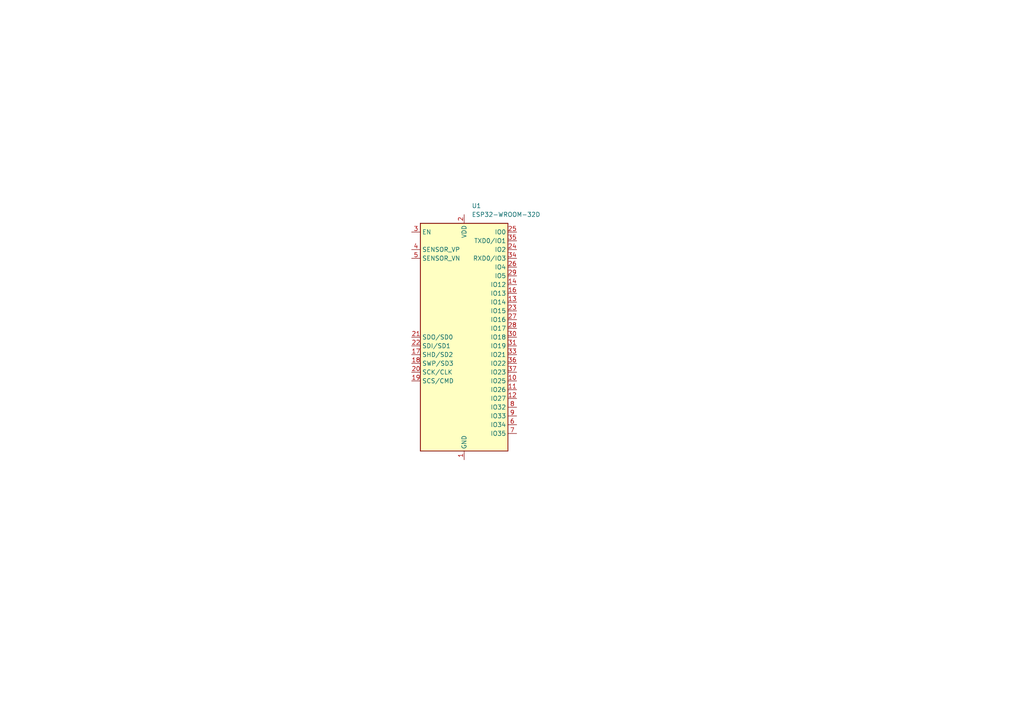
<source format=kicad_sch>
(kicad_sch (version 20231120) (generator "eeschema") (generator_version "8.0")
  (paper "A4")
  (lib_symbols
    (symbol "RF_Module:ESP32-WROOM-32D"
      (property "Reference" "U" (at -12.7 34.29 0))
      (property "Value" "ESP32-WROOM-32D" (at 1.27 34.29 0))
      (symbol "ESP32-WROOM-32D_0_1"
        (rectangle (start -12.7 33.02) (end 12.7 -33.02) (stroke (width 0.254)) (fill (type background)))
      )
      (symbol "ESP32-WROOM-32D_1_1"
        (pin power_in line (at 0 -35.56 90) (length 2.54) (name "GND") (number "1"))
        (pin bidirectional line (at 15.24 -12.7 180) (length 2.54) (name "IO25") (number "10"))
        (pin bidirectional line (at 15.24 -15.24 180) (length 2.54) (name "IO26") (number "11"))
        (pin bidirectional line (at 15.24 -17.78 180) (length 2.54) (name "IO27") (number "12"))
        (pin bidirectional line (at 15.24 10.16 180) (length 2.54) (name "IO14") (number "13"))
        (pin bidirectional line (at 15.24 15.24 180) (length 2.54) (name "IO12") (number "14"))
        (pin passive line (at 0 -35.56 90) (length 2.54) hide (name "GND") (number "15"))
        (pin bidirectional line (at 15.24 12.7 180) (length 2.54) (name "IO13") (number "16"))
        (pin bidirectional line (at -15.24 -5.08 0) (length 2.54) (name "SHD/SD2") (number "17"))
        (pin bidirectional line (at -15.24 -7.62 0) (length 2.54) (name "SWP/SD3") (number "18"))
        (pin bidirectional line (at -15.24 -12.7 0) (length 2.54) (name "SCS/CMD") (number "19"))
        (pin power_in line (at 0 35.56 270) (length 2.54) (name "VDD") (number "2"))
        (pin bidirectional line (at -15.24 -10.16 0) (length 2.54) (name "SCK/CLK") (number "20"))
        (pin bidirectional line (at -15.24 0 0) (length 2.54) (name "SDO/SD0") (number "21"))
        (pin bidirectional line (at -15.24 -2.54 0) (length 2.54) (name "SDI/SD1") (number "22"))
        (pin bidirectional line (at 15.24 7.62 180) (length 2.54) (name "IO15") (number "23"))
        (pin bidirectional line (at 15.24 25.4 180) (length 2.54) (name "IO2") (number "24"))
        (pin bidirectional line (at 15.24 30.48 180) (length 2.54) (name "IO0") (number "25"))
        (pin bidirectional line (at 15.24 20.32 180) (length 2.54) (name "IO4") (number "26"))
        (pin bidirectional line (at 15.24 5.08 180) (length 2.54) (name "IO16") (number "27"))
        (pin bidirectional line (at 15.24 2.54 180) (length 2.54) (name "IO17") (number "28"))
        (pin bidirectional line (at 15.24 17.78 180) (length 2.54) (name "IO5") (number "29"))
        (pin input line (at -15.24 30.48 0) (length 2.54) (name "EN") (number "3"))
        (pin bidirectional line (at 15.24 0 180) (length 2.54) (name "IO18") (number "30"))
        (pin bidirectional line (at 15.24 -2.54 180) (length 2.54) (name "IO19") (number "31"))
        (pin no_connect line (at -12.7 -27.94 0) (length 2.54) hide (name "NC") (number "32"))
        (pin bidirectional line (at 15.24 -5.08 180) (length 2.54) (name "IO21") (number "33"))
        (pin bidirectional line (at 15.24 22.86 180) (length 2.54) (name "RXD0/IO3") (number "34"))
        (pin bidirectional line (at 15.24 27.94 180) (length 2.54) (name "TXD0/IO1") (number "35"))
        (pin bidirectional line (at 15.24 -7.62 180) (length 2.54) (name "IO22") (number "36"))
        (pin bidirectional line (at 15.24 -10.16 180) (length 2.54) (name "IO23") (number "37"))
        (pin passive line (at 0 -35.56 90) (length 2.54) hide (name "GND") (number "38"))
        (pin passive line (at 0 -35.56 90) (length 2.54) hide (name "GND") (number "39"))
        (pin input line (at -15.24 25.4 0) (length 2.54) (name "SENSOR_VP") (number "4"))
        (pin input line (at -15.24 22.86 0) (length 2.54) (name "SENSOR_VN") (number "5"))
        (pin input line (at 15.24 -25.4 180) (length 2.54) (name "IO34") (number "6"))
        (pin input line (at 15.24 -27.94 180) (length 2.54) (name "IO35") (number "7"))
        (pin bidirectional line (at 15.24 -20.32 180) (length 2.54) (name "IO32") (number "8"))
        (pin bidirectional line (at 15.24 -22.86 180) (length 2.54) (name "IO33") (number "9"))
      )
    )
  )
  (symbol (lib_id "RF_Module:ESP32-WROOM-32D") (at 134.62 97.79 0) (unit 1)
    (property "Reference" "U1" (at 136.8141 59.69 0) (effects (justify left)))
    (property "Value" "ESP32-WROOM-32D" (at 136.8141 62.23 0) (effects (justify left)))
    (property "Footprint" "Alexander Footprint Library:ESP32-WROOM-Adapter-Legacy-v2" (effects (hide yes)))
    (property "Datasheet" "https://www.espressif.com/sites/default/files/documentation/esp32-wroom-32d_esp32-wroom-32u_datasheet_en.pdf" (effects (hide yes)))
  )
)
</source>
